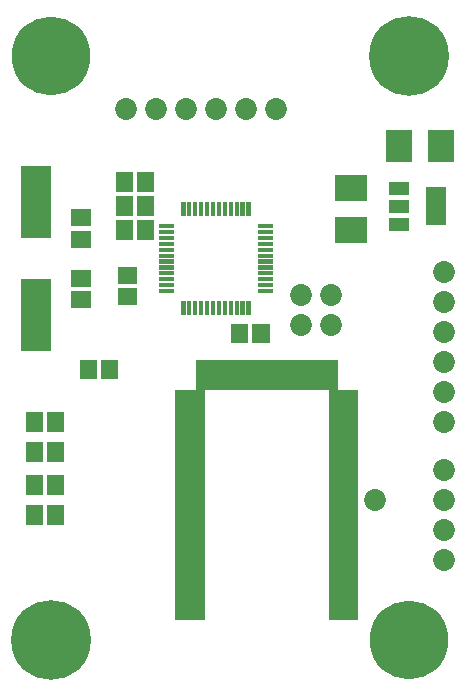
<source format=gbr>
G04 start of page 12 for group -4063 idx -4063 *
G04 Title: (unknown), componentmask *
G04 Creator: pcb v4.1.3-ge2c36c29 *
G04 CreationDate: Sun Jul 18 18:04:05 2021 UTC *
G04 For: p *
G04 Format: Gerber/RS-274X *
G04 PCB-Dimensions (mil): 6000.00 5000.00 *
G04 PCB-Coordinate-Origin: lower left *
%MOIN*%
%FSLAX25Y25*%
%LNTOPMASK*%
%ADD109C,0.0001*%
%ADD108C,0.2657*%
%ADD107C,0.2619*%
%ADD106C,0.0729*%
G54D106*X378500Y298000D03*
Y288000D03*
Y278000D03*
X322500Y352500D03*
X312500D03*
X302500D03*
X292500D03*
X282500D03*
X272500D03*
X331000Y290457D03*
Y280457D03*
X341000D03*
Y290457D03*
X378500Y268000D03*
Y258000D03*
Y248000D03*
Y232000D03*
Y222000D03*
Y212000D03*
Y202000D03*
X355500Y222000D03*
G54D107*X247500Y370000D03*
G54D108*Y175511D03*
G54D107*X366791D03*
G54D108*Y370000D03*
G54D109*G36*
X274773Y323252D02*X269055D01*
Y316748D01*
X274773D01*
Y323252D01*
G37*
G36*
X281859D02*X276141D01*
Y316748D01*
X281859D01*
Y323252D01*
G37*
G36*
X269748Y299859D02*Y294141D01*
X276252D01*
Y299859D01*
X269748D01*
G37*
G36*
Y292773D02*Y287055D01*
X276252D01*
Y292773D01*
X269748D01*
G37*
G36*
X274773Y315252D02*X269055D01*
Y308748D01*
X274773D01*
Y315252D01*
G37*
G36*
X281859D02*X276141D01*
Y308748D01*
X281859D01*
Y315252D01*
G37*
G36*
X274773Y331252D02*X269055D01*
Y324748D01*
X274773D01*
Y331252D01*
G37*
G36*
X281859D02*X276141D01*
Y324748D01*
X281859D01*
Y331252D01*
G37*
G36*
X283571Y314027D02*Y312625D01*
X288371D01*
Y314027D01*
X283571D01*
G37*
G36*
Y312059D02*Y310657D01*
X288371D01*
Y312059D01*
X283571D01*
G37*
G36*
Y310090D02*Y308688D01*
X288371D01*
Y310090D01*
X283571D01*
G37*
G36*
Y308122D02*Y306720D01*
X288371D01*
Y308122D01*
X283571D01*
G37*
G36*
Y306153D02*Y304751D01*
X288371D01*
Y306153D01*
X283571D01*
G37*
G36*
Y304185D02*Y302783D01*
X288371D01*
Y304185D01*
X283571D01*
G37*
G36*
Y302216D02*Y300814D01*
X288371D01*
Y302216D01*
X283571D01*
G37*
G36*
X296311Y321429D02*X294909D01*
Y316629D01*
X296311D01*
Y321429D01*
G37*
G36*
X294342D02*X292940D01*
Y316629D01*
X294342D01*
Y321429D01*
G37*
G36*
X292374D02*X290972D01*
Y316629D01*
X292374D01*
Y321429D01*
G37*
G36*
X283571Y300248D02*Y298846D01*
X288371D01*
Y300248D01*
X283571D01*
G37*
G36*
Y298279D02*Y296877D01*
X288371D01*
Y298279D01*
X283571D01*
G37*
G36*
Y296311D02*Y294909D01*
X288371D01*
Y296311D01*
X283571D01*
G37*
G36*
Y294342D02*Y292940D01*
X288371D01*
Y294342D01*
X283571D01*
G37*
G36*
Y292374D02*Y290972D01*
X288371D01*
Y292374D01*
X283571D01*
G37*
G36*
X292375Y288371D02*X290973D01*
Y283571D01*
X292375D01*
Y288371D01*
G37*
G36*
X294343D02*X292941D01*
Y283571D01*
X294343D01*
Y288371D01*
G37*
G36*
X296312D02*X294910D01*
Y283571D01*
X296312D01*
Y288371D01*
G37*
G36*
X254248Y298859D02*Y293141D01*
X260752D01*
Y298859D01*
X254248D01*
G37*
G36*
Y291773D02*Y286055D01*
X260752D01*
Y291773D01*
X254248D01*
G37*
G36*
X247500Y295800D02*X237500D01*
Y271800D01*
X247500D01*
Y295800D01*
G37*
G36*
X269859Y268709D02*X264141D01*
Y262205D01*
X269859D01*
Y268709D01*
G37*
G36*
X262773D02*X257055D01*
Y262205D01*
X262773D01*
Y268709D01*
G37*
G36*
X254248Y311859D02*Y306141D01*
X260752D01*
Y311859D01*
X254248D01*
G37*
G36*
Y318945D02*Y313227D01*
X260752D01*
Y318945D01*
X254248D01*
G37*
G36*
X247500Y333200D02*X237500D01*
Y309200D01*
X247500D01*
Y333200D01*
G37*
G36*
X244816Y230252D02*X239098D01*
Y223748D01*
X244816D01*
Y230252D01*
G37*
G36*
X251902D02*X246184D01*
Y223748D01*
X251902D01*
Y230252D01*
G37*
G36*
X244816Y220252D02*X239098D01*
Y213748D01*
X244816D01*
Y220252D01*
G37*
G36*
X251902D02*X246184D01*
Y213748D01*
X251902D01*
Y220252D01*
G37*
G36*
X244816Y241252D02*X239098D01*
Y234748D01*
X244816D01*
Y241252D01*
G37*
G36*
X251902D02*X246184D01*
Y234748D01*
X251902D01*
Y241252D01*
G37*
G36*
X244816Y251252D02*X239098D01*
Y244748D01*
X244816D01*
Y251252D01*
G37*
G36*
X251902D02*X246184D01*
Y244748D01*
X251902D01*
Y251252D01*
G37*
G36*
X340063Y187969D02*Y182031D01*
X349937D01*
Y187969D01*
X340063D01*
G37*
G36*
Y193874D02*Y187937D01*
X349937D01*
Y193874D01*
X340063D01*
G37*
G36*
Y199780D02*Y193843D01*
X349937D01*
Y199780D01*
X340063D01*
G37*
G36*
Y205685D02*Y199748D01*
X349937D01*
Y205685D01*
X340063D01*
G37*
G36*
Y211591D02*Y205654D01*
X349937D01*
Y211591D01*
X340063D01*
G37*
G36*
Y217496D02*Y211559D01*
X349937D01*
Y217496D01*
X340063D01*
G37*
G36*
Y223402D02*Y217465D01*
X349937D01*
Y223402D01*
X340063D01*
G37*
G36*
Y229307D02*Y223370D01*
X349937D01*
Y229307D01*
X340063D01*
G37*
G36*
Y235213D02*Y229276D01*
X349937D01*
Y235213D01*
X340063D01*
G37*
G36*
Y241118D02*Y235181D01*
X349937D01*
Y241118D01*
X340063D01*
G37*
G36*
Y247024D02*Y241087D01*
X349937D01*
Y247024D01*
X340063D01*
G37*
G36*
Y252929D02*Y246992D01*
X349937D01*
Y252929D01*
X340063D01*
G37*
G36*
Y258835D02*Y252898D01*
X349937D01*
Y258835D01*
X340063D01*
G37*
G36*
X288882D02*Y252898D01*
X298756D01*
Y258835D01*
X288882D01*
G37*
G36*
Y252929D02*Y246992D01*
X298756D01*
Y252929D01*
X288882D01*
G37*
G36*
Y247024D02*Y241087D01*
X298756D01*
Y247024D01*
X288882D01*
G37*
G36*
Y241118D02*Y235181D01*
X298756D01*
Y241118D01*
X288882D01*
G37*
G36*
Y235213D02*Y229276D01*
X298756D01*
Y235213D01*
X288882D01*
G37*
G36*
Y229307D02*Y223370D01*
X298756D01*
Y229307D01*
X288882D01*
G37*
G36*
Y223402D02*Y217465D01*
X298756D01*
Y223402D01*
X288882D01*
G37*
G36*
Y217496D02*Y211559D01*
X298756D01*
Y217496D01*
X288882D01*
G37*
G36*
Y211591D02*Y205654D01*
X298756D01*
Y211591D01*
X288882D01*
G37*
G36*
Y205685D02*Y199748D01*
X298756D01*
Y205685D01*
X288882D01*
G37*
G36*
Y199780D02*Y193843D01*
X298756D01*
Y199780D01*
X288882D01*
G37*
G36*
Y193874D02*Y187937D01*
X298756D01*
Y193874D01*
X288882D01*
G37*
G36*
Y187969D02*Y182031D01*
X298756D01*
Y187969D01*
X288882D01*
G37*
G36*
X343047Y268677D02*X337110D01*
Y258803D01*
X343047D01*
Y268677D01*
G37*
G36*
X337142D02*X331205D01*
Y258803D01*
X337142D01*
Y268677D01*
G37*
G36*
X331236D02*X325299D01*
Y258803D01*
X331236D01*
Y268677D01*
G37*
G36*
X325331D02*X319394D01*
Y258803D01*
X325331D01*
Y268677D01*
G37*
G36*
X313520D02*X307583D01*
Y258803D01*
X313520D01*
Y268677D01*
G37*
G36*
X307614D02*X301677D01*
Y258803D01*
X307614D01*
Y268677D01*
G37*
G36*
X301709D02*X295772D01*
Y258803D01*
X301709D01*
Y268677D01*
G37*
G36*
X319425D02*X313488D01*
Y258803D01*
X319425D01*
Y268677D01*
G37*
G36*
X313273Y280752D02*X307555D01*
Y274248D01*
X313273D01*
Y280752D01*
G37*
G36*
X320359D02*X314641D01*
Y274248D01*
X320359D01*
Y280752D01*
G37*
G36*
X298280Y288371D02*X296878D01*
Y283571D01*
X298280D01*
Y288371D01*
G37*
G36*
X300249D02*X298847D01*
Y283571D01*
X300249D01*
Y288371D01*
G37*
G36*
X302217D02*X300815D01*
Y283571D01*
X302217D01*
Y288371D01*
G37*
G36*
X304186D02*X302784D01*
Y283571D01*
X304186D01*
Y288371D01*
G37*
G36*
X306154D02*X304752D01*
Y283571D01*
X306154D01*
Y288371D01*
G37*
G36*
X308123D02*X306721D01*
Y283571D01*
X308123D01*
Y288371D01*
G37*
G36*
X310091D02*X308689D01*
Y283571D01*
X310091D01*
Y288371D01*
G37*
G36*
X312060D02*X310658D01*
Y283571D01*
X312060D01*
Y288371D01*
G37*
G36*
X314028D02*X312626D01*
Y283571D01*
X314028D01*
Y288371D01*
G37*
G36*
X316629Y292375D02*Y290973D01*
X321429D01*
Y292375D01*
X316629D01*
G37*
G36*
Y294343D02*Y292941D01*
X321429D01*
Y294343D01*
X316629D01*
G37*
G36*
Y296312D02*Y294910D01*
X321429D01*
Y296312D01*
X316629D01*
G37*
G36*
Y298280D02*Y296878D01*
X321429D01*
Y298280D01*
X316629D01*
G37*
G36*
Y300249D02*Y298847D01*
X321429D01*
Y300249D01*
X316629D01*
G37*
G36*
Y302217D02*Y300815D01*
X321429D01*
Y302217D01*
X316629D01*
G37*
G36*
Y304186D02*Y302784D01*
X321429D01*
Y304186D01*
X316629D01*
G37*
G36*
Y306154D02*Y304752D01*
X321429D01*
Y306154D01*
X316629D01*
G37*
G36*
Y308123D02*Y306721D01*
X321429D01*
Y308123D01*
X316629D01*
G37*
G36*
Y310091D02*Y308689D01*
X321429D01*
Y310091D01*
X316629D01*
G37*
G36*
Y312060D02*Y310658D01*
X321429D01*
Y312060D01*
X316629D01*
G37*
G36*
Y314028D02*Y312626D01*
X321429D01*
Y314028D01*
X316629D01*
G37*
G36*
X342200Y316300D02*Y307700D01*
X352800D01*
Y316300D01*
X342200D01*
G37*
G36*
Y330300D02*Y321700D01*
X352800D01*
Y330300D01*
X342200D01*
G37*
G36*
X314027Y321429D02*X312625D01*
Y316629D01*
X314027D01*
Y321429D01*
G37*
G36*
X312059D02*X310657D01*
Y316629D01*
X312059D01*
Y321429D01*
G37*
G36*
X310090D02*X308688D01*
Y316629D01*
X310090D01*
Y321429D01*
G37*
G36*
X308122D02*X306720D01*
Y316629D01*
X308122D01*
Y321429D01*
G37*
G36*
X306153D02*X304751D01*
Y316629D01*
X306153D01*
Y321429D01*
G37*
G36*
X304185D02*X302783D01*
Y316629D01*
X304185D01*
Y321429D01*
G37*
G36*
X302216D02*X300814D01*
Y316629D01*
X302216D01*
Y321429D01*
G37*
G36*
X300248D02*X298846D01*
Y316629D01*
X300248D01*
Y321429D01*
G37*
G36*
X298279D02*X296877D01*
Y316629D01*
X298279D01*
Y321429D01*
G37*
G36*
X360150Y328150D02*Y323850D01*
X366850D01*
Y328150D01*
X360150D01*
G37*
G36*
Y322050D02*Y317750D01*
X366850D01*
Y322050D01*
X360150D01*
G37*
G36*
Y315950D02*Y311650D01*
X366850D01*
Y315950D01*
X360150D01*
G37*
G36*
X379050Y326250D02*X372350D01*
Y313550D01*
X379050D01*
Y326250D01*
G37*
G36*
X381800Y345300D02*X373200D01*
Y334700D01*
X381800D01*
Y345300D01*
G37*
G36*
X367800D02*X359200D01*
Y334700D01*
X367800D01*
Y345300D01*
G37*
M02*

</source>
